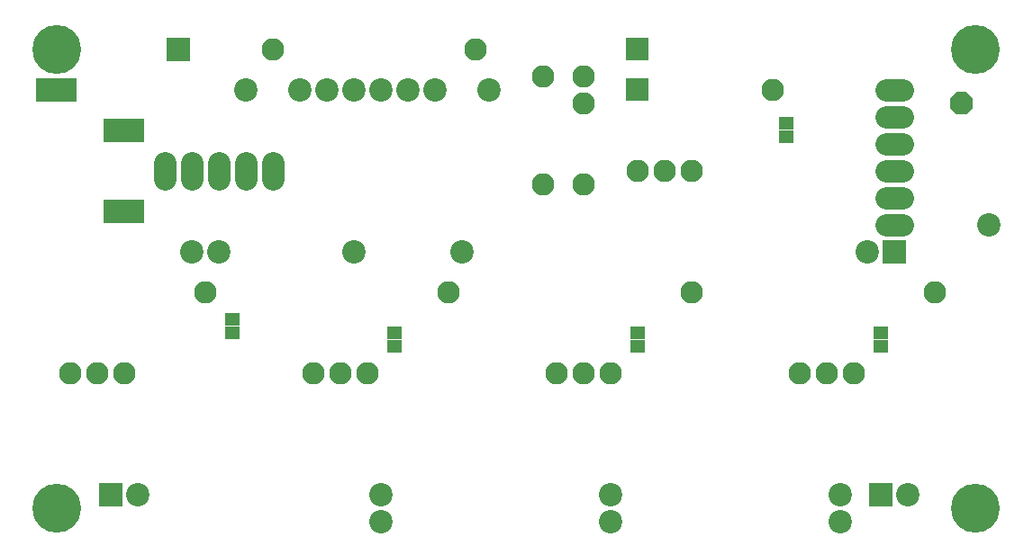
<source format=gbr>
%FSLAX34Y34*%
%MOMM*%
%LNSOLDERMASK_TOP*%
G71*
G01*
%ADD10C, 2.200*%
%ADD11C, 2.120*%
%ADD12C, 4.600*%
%ADD13C, 2.120*%
%ADD14C, 2.120*%
%ADD15R, 1.400X1.200*%
%LPD*%
G36*
X95300Y887300D02*
X133300Y887300D01*
X133300Y865300D01*
X95300Y865300D01*
X95300Y887300D01*
G37*
G36*
X95300Y811100D02*
X133300Y811100D01*
X133300Y789100D01*
X95300Y789100D01*
X95300Y811100D01*
G37*
X457200Y914400D02*
G54D10*
D03*
X406400Y914400D02*
G54D10*
D03*
X381000Y914400D02*
G54D10*
D03*
X355600Y914400D02*
G54D10*
D03*
X330200Y914400D02*
G54D10*
D03*
X304800Y914400D02*
G54D10*
D03*
X279400Y914400D02*
G54D10*
D03*
X228600Y914400D02*
G54D10*
D03*
X177800Y762000D02*
G54D10*
D03*
X203200Y762000D02*
G54D10*
D03*
X330200Y762000D02*
G54D10*
D03*
X431800Y762000D02*
G54D10*
D03*
X190500Y723900D02*
G54D11*
D03*
X114300Y647700D02*
G54D11*
D03*
X88900Y647700D02*
G54D11*
D03*
X63500Y647700D02*
G54D11*
D03*
X419100Y723900D02*
G54D11*
D03*
X342900Y647700D02*
G54D11*
D03*
X317500Y647700D02*
G54D11*
D03*
X292100Y647700D02*
G54D11*
D03*
X647700Y723900D02*
G54D11*
D03*
X571500Y647700D02*
G54D11*
D03*
X546100Y647700D02*
G54D11*
D03*
X520700Y647700D02*
G54D11*
D03*
X876300Y723900D02*
G54D11*
D03*
X800100Y647700D02*
G54D11*
D03*
X774700Y647700D02*
G54D11*
D03*
X749300Y647700D02*
G54D11*
D03*
G36*
X586300Y925000D02*
X607500Y925000D01*
X607500Y903800D01*
X586300Y903800D01*
X586300Y925000D01*
G37*
X723900Y914400D02*
G54D11*
D03*
X647700Y838200D02*
G54D11*
D03*
X622300Y838200D02*
G54D11*
D03*
X596900Y838200D02*
G54D11*
D03*
X787400Y533400D02*
G54D10*
D03*
X787400Y508000D02*
G54D10*
D03*
X571500Y533400D02*
G54D10*
D03*
X571500Y508000D02*
G54D10*
D03*
X355600Y533400D02*
G54D10*
D03*
X355600Y508000D02*
G54D10*
D03*
X50800Y520700D02*
G54D12*
D03*
X914400Y520700D02*
G54D12*
D03*
X914400Y952500D02*
G54D12*
D03*
X50800Y952500D02*
G54D12*
D03*
G36*
X154100Y963500D02*
X176100Y963500D01*
X176100Y941500D01*
X154100Y941500D01*
X154100Y963500D01*
G37*
G36*
X90600Y544400D02*
X112600Y544400D01*
X112600Y522400D01*
X90600Y522400D01*
X90600Y544400D01*
G37*
X127000Y533400D02*
G54D10*
D03*
G36*
X814500Y544400D02*
X836500Y544400D01*
X836500Y522400D01*
X814500Y522400D01*
X814500Y544400D01*
G37*
X850900Y533400D02*
G54D10*
D03*
X254000Y952500D02*
G54D13*
D03*
X444500Y952500D02*
G54D13*
D03*
X508000Y927100D02*
G54D13*
D03*
X546100Y927100D02*
G54D13*
D03*
X546100Y901700D02*
G54D13*
D03*
X546100Y825500D02*
G54D13*
D03*
G36*
X586300Y963100D02*
X607500Y963100D01*
X607500Y941900D01*
X586300Y941900D01*
X586300Y963100D01*
G37*
X508000Y825500D02*
G54D13*
D03*
G54D14*
X254000Y845800D02*
X254000Y830600D01*
G54D14*
X228600Y845800D02*
X228600Y830600D01*
G54D14*
X203200Y845800D02*
X203200Y830600D01*
G54D14*
X177800Y845800D02*
X177800Y830600D01*
G54D14*
X152400Y845800D02*
X152400Y830600D01*
G54D14*
X830600Y914400D02*
X845800Y914400D01*
G54D14*
X830600Y889000D02*
X845800Y889000D01*
G54D14*
X830600Y863600D02*
X845800Y863600D01*
G54D14*
X830600Y838200D02*
X845800Y838200D01*
G54D14*
X830600Y812800D02*
X845800Y812800D01*
X927100Y787400D02*
G54D10*
D03*
G36*
X906099Y912300D02*
X912300Y906099D01*
X912300Y897301D01*
X906099Y891100D01*
X897301Y891100D01*
X891100Y897301D01*
X891100Y906099D01*
X897301Y912300D01*
X906099Y912300D01*
G37*
G36*
X31800Y925400D02*
X69800Y925400D01*
X69800Y903400D01*
X31800Y903400D01*
X31800Y925400D01*
G37*
G36*
X849200Y751000D02*
X827200Y751000D01*
X827200Y773000D01*
X849200Y773000D01*
X849200Y751000D01*
G37*
X812800Y762000D02*
G54D10*
D03*
X368300Y673100D02*
G54D15*
D03*
X368300Y685800D02*
G54D15*
D03*
X596900Y673100D02*
G54D15*
D03*
X596900Y685800D02*
G54D15*
D03*
X825500Y673100D02*
G54D15*
D03*
X825500Y685800D02*
G54D15*
D03*
X736600Y869950D02*
G54D15*
D03*
X736600Y882650D02*
G54D15*
D03*
X215900Y685800D02*
G54D15*
D03*
X215900Y698500D02*
G54D15*
D03*
G54D14*
X830600Y787400D02*
X845800Y787400D01*
M02*

</source>
